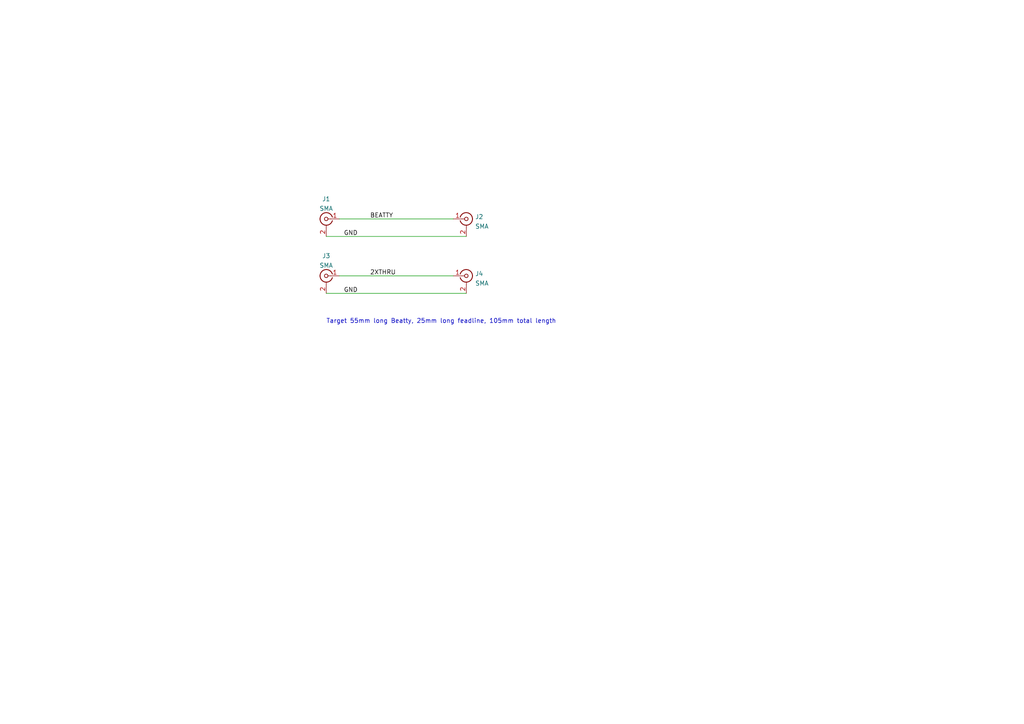
<source format=kicad_sch>
(kicad_sch (version 20211123) (generator eeschema)
  (paper "A4")
  (title_block (title "Beatty TDR standard") (date "2022-12-18") (rev "0.1") (company "Antikernel Labs") (comment 1 "Andrew D. Zonenberg"))
  (lib_symbols
    (symbol "conn:CONN_COAXIAL" (pin_names (offset 1.016) hide)
      (property "Reference" "J" (at 0.254 3.048 0))
      (property "Value" "CONN_COAXIAL" (at 2.921 0 90))
      (symbol "CONN_COAXIAL_0_1"
        (arc (start -1.778 -0.508) (mid 0.222 -1.808) (end 1.778 0) (stroke (width 0.254)))
        (polyline (pts (xy -1.27 0) (xy -0.508 0)))
        (polyline (pts (xy 0 -2.54) (xy 0 -1.778)))
        (circle (center 0 0) (radius 0.508) (stroke (width 0.2032)))
        (arc (start 1.778 0) (mid 0.2221 1.8083) (end -1.778 0.508) (stroke (width 0.254)))
      )
      (symbol "CONN_COAXIAL_1_1"
        (pin passive line (at -3.81 0 0) (length 2.54) (name "In") (number "1"))
        (pin passive line (at 0 -5.08 90) (length 2.54) (name "Ext") (number "2"))
      )
    )
  )
  (wire (pts (xy 94.615 68.58) (xy 135.255 68.58)))
  (wire (pts (xy 98.425 63.5) (xy 131.445 63.5)))
  (wire (pts (xy 98.425 80.01) (xy 131.445 80.01)))
  (wire (pts (xy 94.615 85.09) (xy 135.255 85.09)))
  (text "Target 55mm long Beatty, 25mm long feadline, 105mm total length" (at 94.615 93.98 0) (effects (font (size 1.27 1.27)) (justify left bottom)))
  (label "GND" (at 99.695 68.58 0))
  (label "2XTHRU" (at 107.315 80.01 0))
  (label "GND" (at 99.695 85.09 0))
  (label "BEATTY" (at 107.315 63.5 0))
  (symbol (lib_id "conn:CONN_COAXIAL") (at 135.255 63.5 0) (unit 1)
    (property "Reference" "J2" (at 137.7951 62.8847 0) (effects (justify left)))
    (property "Value" "SMA" (at 137.7951 65.6598 0) (effects (justify left)))
    (property "Footprint" "azonenberg_pcb:CONN_SMA_EDGE_ROSENBERGER_32K243_40ML5" (effects hide))
  )
  (symbol (lib_id "conn:CONN_COAXIAL") (at 94.615 63.5 0) (mirror y) (unit 1)
    (property "Reference" "J1" (at 94.6149 57.7069 0))
    (property "Value" "SMA" (at 94.6149 60.482 0))
    (property "Footprint" "azonenberg_pcb:CONN_SMA_EDGE_ROSENBERGER_32K243_40ML5" (effects hide))
  )
  (symbol (lib_id "conn:CONN_COAXIAL") (at 135.255 80.01 0) (unit 1)
    (property "Reference" "J4" (at 137.7951 79.3947 0) (effects (justify left)))
    (property "Value" "SMA" (at 137.7951 82.1698 0) (effects (justify left)))
    (property "Footprint" "azonenberg_pcb:CONN_SMA_EDGE_ROSENBERGER_32K243_40ML5" (effects hide))
  )
  (symbol (lib_id "conn:CONN_COAXIAL") (at 94.615 80.01 0) (mirror y) (unit 1)
    (property "Reference" "J3" (at 94.6149 74.2169 0))
    (property "Value" "SMA" (at 94.6149 76.992 0))
    (property "Footprint" "azonenberg_pcb:CONN_SMA_EDGE_ROSENBERGER_32K243_40ML5" (effects hide))
  )
)
</source>
